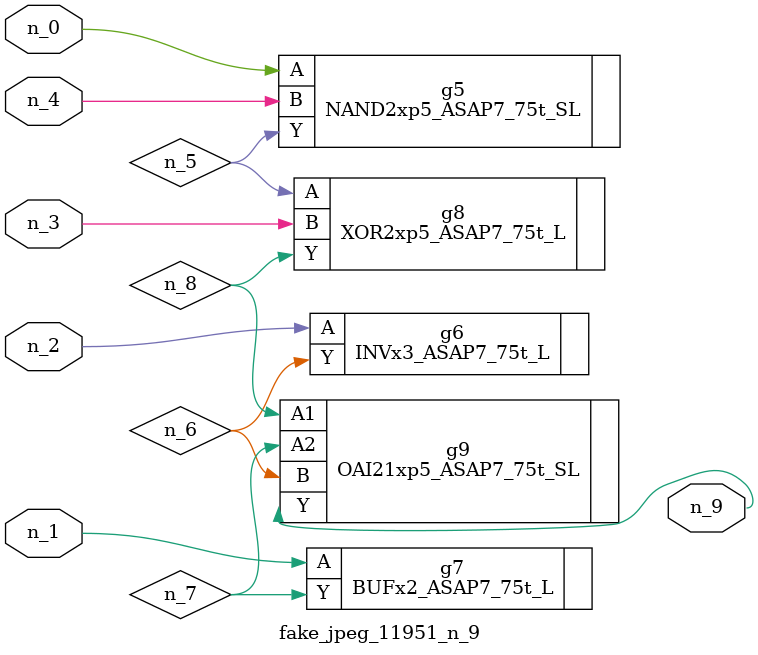
<source format=v>
module fake_jpeg_11951_n_9 (n_3, n_2, n_1, n_0, n_4, n_9);

input n_3;
input n_2;
input n_1;
input n_0;
input n_4;

output n_9;

wire n_8;
wire n_6;
wire n_5;
wire n_7;

NAND2xp5_ASAP7_75t_SL g5 ( 
.A(n_0),
.B(n_4),
.Y(n_5)
);

INVx3_ASAP7_75t_L g6 ( 
.A(n_2),
.Y(n_6)
);

BUFx2_ASAP7_75t_L g7 ( 
.A(n_1),
.Y(n_7)
);

XOR2xp5_ASAP7_75t_L g8 ( 
.A(n_5),
.B(n_3),
.Y(n_8)
);

OAI21xp5_ASAP7_75t_SL g9 ( 
.A1(n_8),
.A2(n_7),
.B(n_6),
.Y(n_9)
);


endmodule
</source>
